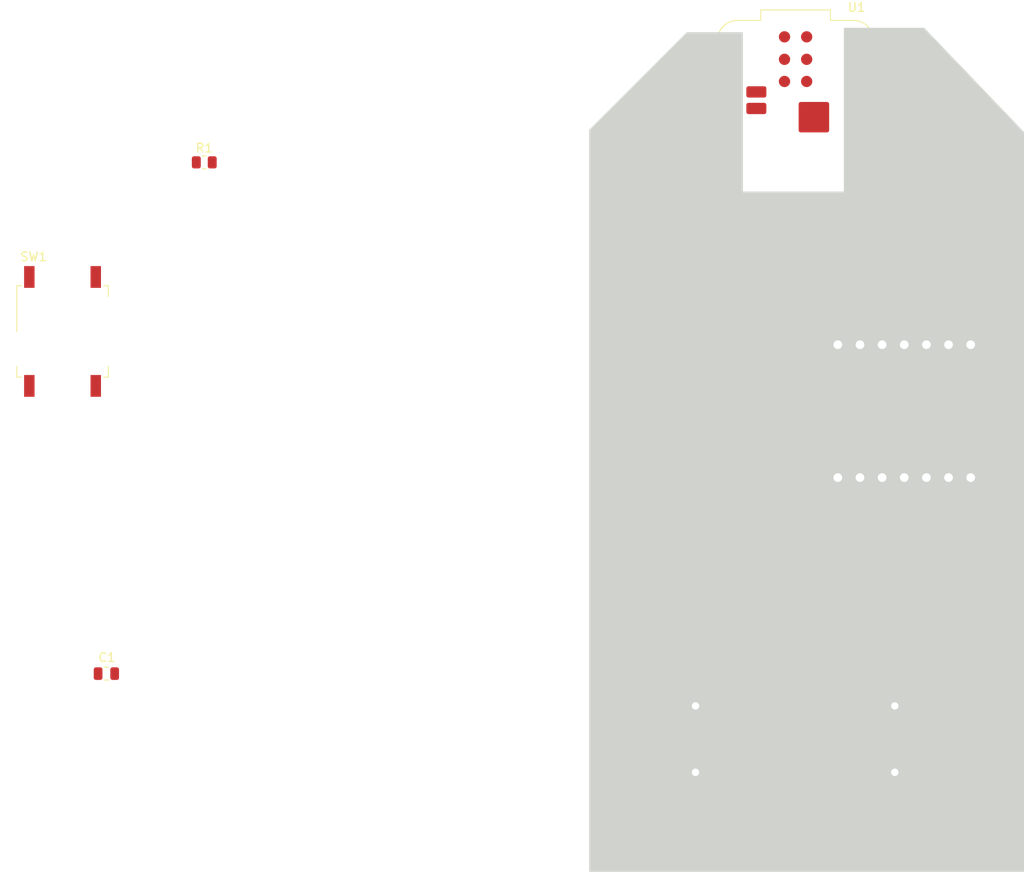
<source format=kicad_pcb>
(kicad_pcb (version 20240108) (generator "pcbnew") (generator_version "8.0")
  (title_block (title "pLUFs PCB") (date "2/5/25") (rev "1"))
  (layers (0 "F.Cu" signal) (31 "B.Cu" signal) (34 "B.Paste" user) (35 "F.Paste" user) (36 "B.SilkS" user "B.Silkscreen") (37 "F.SilkS" user "F.Silkscreen") (38 "B.Mask" user) (39 "F.Mask" user) (44 "Edge.Cuts" user))
  (net 0 "")
  (net 1 "Net-(D1-K)")
  (net 2 "Net-(D1-A)")
  (net 3 "Net-(J1-Pin_2)")
  (net 4 "Net-(J1-Pin_1)")
  (net 5 "Net-(J1-Pin_6)")
  (net 6 "Net-(J1-Pin_7)")
  (net 7 "Net-(J1-Pin_5)")
  (net 8 "Net-(J2-Pin_5)")
  (net 9 "Net-(J2-Pin_4)")
  (net 10 "Net-(J2-Pin_3)")
  (net 11 "Net-(J2-Pin_6)")
  (net 12 "Net-(J2-Pin_2)")
  (net 13 "Net-(J2-Pin_7)")
  (net 14 "Net-(J1-Pin_4)")
  (net 15 "Net-(U1-CHIP_EN)")
  (net 16 "Net-(J1-Pin_3)")
  (footprint "Connector_PinHeader_2.54mm:PinHeader_1x07_P2.54mm_Vertical" (layer "F.Cu") (at 117.37 100.086 90)
    (property "Reference" "J1" (at 0 -3.275 90) (layer "F.SilkS"))
    (property "Value" "Circular Display Pins (bottom)" (hide yes))
    (fp_line (start -1.33 -1.33) (end 0 -1.33) (stroke (width 0.12)) (layer "F.SilkS"))
    (fp_line (start -1.33 0) (end -1.33 -1.33) (stroke (width 0.12)) (layer "F.SilkS"))
    (fp_line (start 1.33 1.27) (end 1.33 16.57) (stroke (width 0.12)) (layer "F.SilkS"))
    (fp_line (start -1.33 1.27) (end 1.33 1.27) (stroke (width 0.12)) (layer "F.SilkS"))
    (fp_line (start -1.33 1.27) (end -1.33 16.57) (stroke (width 0.12)) (layer "F.SilkS"))
    (fp_line (start -1.33 16.57) (end 1.33 16.57) (stroke (width 0.12)) (layer "F.SilkS"))
    (pad "1" thru_hole rect (at 0 0 90) (size 1.7 1.7) (drill 1) (layers "*.Cu" "*.Mask") (net 4 "Net-(J1-Pin_1)"))
    (pad "2" thru_hole oval (at 0 2.54 90) (size 1.7 1.7) (drill 1) (layers "*.Cu" "*.Mask") (net 3 "Net-(J1-Pin_2)"))
    (pad "3" thru_hole oval (at 0 5.08 90) (size 1.7 1.7) (drill 1) (layers "*.Cu" "*.Mask") (net 16 "Net-(J1-Pin_3)"))
    (pad "4" thru_hole oval (at 0 7.62 90) (size 1.7 1.7) (drill 1) (layers "*.Cu" "*.Mask") (net 14 "Net-(J1-Pin_4)"))
    (pad "5" thru_hole oval (at 0 10.16 90) (size 1.7 1.7) (drill 1) (layers "*.Cu" "*.Mask") (net 7 "Net-(J1-Pin_5)"))
    (pad "6" thru_hole oval (at 0 12.7 90) (size 1.7 1.7) (drill 1) (layers "*.Cu" "*.Mask") (net 5 "Net-(J1-Pin_6)"))
    (pad "7" thru_hole oval (at 0 15.24 90) (size 1.7 1.7) (drill 1) (layers "*.Cu" "*.Mask") (net 6 "Net-(J1-Pin_7)"))
  )
  (footprint "Resistor_SMD:R_0805_2012Metric" (layer "F.Cu") (at 102.616 76.2 90)
    (property "Reference" "R3" (at 0 -1.65 90) (layer "F.SilkS"))
    (property "Value" "10kΩ")
    (fp_line (start -0.227064 -0.735) (end 0.227064 -0.735) (stroke (width 0.12)) (layer "F.SilkS"))
    (fp_line (start -0.227064 0.735) (end 0.227064 0.735) (stroke (width 0.12)) (layer "F.SilkS"))
    (pad "1" smd roundrect (at -0.9125 0 90) (size 1.025 1.4) (layers "F.Cu" "F.Paste" "F.Mask") (roundrect_rratio 0.243902) (net 3 "Net-(J1-Pin_2)"))
    (pad "2" smd roundrect (at 0.9125 0 90) (size 1.025 1.4) (layers "F.Cu" "F.Paste" "F.Mask") (roundrect_rratio 0.243902) (net 11 "Net-(J2-Pin_6)"))
  )
  (footprint "Button_Switch_SMD:SW_MEC_5GSH9" (layer "F.Cu") (at 28.448 83.312)
    (property "Reference" "SW1" (at -3.325 -8.575 0) (layer "F.SilkS"))
    (property "Value" "SW_Push_Open_Dual")
    (fp_line (start -5.25 -5.25) (end -5.25 0) (stroke (width 0.12)) (layer "F.SilkS"))
    (fp_line (start -5.25 5.25) (end -5.25 4) (stroke (width 0.12)) (layer "F.SilkS"))
    (fp_line (start -4.7 -5.25) (end -5.25 -5.25) (stroke (width 0.12)) (layer "F.SilkS"))
    (fp_line (start -4.7 5.25) (end -5.25 5.25) (stroke (width 0.12)) (layer "F.SilkS"))
    (fp_line (start 4.7 -5.25) (end 5.25 -5.25) (stroke (width 0.12)) (layer "F.SilkS"))
    (fp_line (start 4.7 5.25) (end 5.25 5.25) (stroke (width 0.12)) (layer "F.SilkS"))
    (fp_line (start 5.25 -5.25) (end 5.25 -4) (stroke (width 0.12)) (layer "F.SilkS"))
    (fp_line (start 5.25 5.25) (end 5.25 4) (stroke (width 0.12)) (layer "F.SilkS"))
    (pad "1" smd rect (at -3.81 -6.25 90) (size 2.5 1.2) (layers "F.Cu" "F.Paste" "F.Mask") (net 15 "Net-(U1-CHIP_EN)"))
    (pad "2" smd rect (at -3.81 6.25 90) (size 2.5 1.2) (layers "F.Cu" "F.Paste" "F.Mask") (net 11 "Net-(J2-Pin_6)"))
    (pad "3" smd rect (at 3.81 -6.25 90) (size 2.5 1.2) (layers "F.Cu" "F.Paste" "F.Mask") (net 15 "Net-(U1-CHIP_EN)"))
    (pad "4" smd rect (at 3.81 6.25 90) (size 2.5 1.2) (layers "F.Cu" "F.Paste" "F.Mask") (net 11 "Net-(J2-Pin_6)"))
  )
  (footprint "Capacitor_SMD:C_0805_2012Metric" (layer "F.Cu") (at 115.062 91.12 -90)
    (property "Reference" "C2" (at 0 -1.68 90) (layer "F.SilkS"))
    (property "Value" "0.1μF")
    (fp_line (start -0.261252 0.735) (end 0.261252 0.735) (stroke (width 0.12)) (layer "F.SilkS"))
    (fp_line (start -0.261252 -0.735) (end 0.261252 -0.735) (stroke (width 0.12)) (layer "F.SilkS"))
    (pad "1" smd roundrect (at -0.95 0 270) (size 1 1.45) (layers "F.Cu" "F.Paste" "F.Mask") (net 8 "Net-(J2-Pin_5)"))
    (pad "2" smd roundrect (at 0.95 0 270) (size 1 1.45) (layers "F.Cu" "F.Paste" "F.Mask") (net 11 "Net-(J2-Pin_6)"))
  )
  (footprint "Resistor_SMD:R_0805_2012Metric" (layer "F.Cu") (at 112.3715 105.41)
    (property "Reference" "R4" (at 0 -1.65 0) (layer "F.SilkS"))
    (property "Value" "10kΩ")
    (fp_line (start -0.227064 -0.735) (end 0.227064 -0.735) (stroke (width 0.12)) (layer "F.SilkS"))
    (fp_line (start -0.227064 0.735) (end 0.227064 0.735) (stroke (width 0.12)) (layer "F.SilkS"))
    (pad "1" smd roundrect (at -0.9125 0) (size 1.025 1.4) (layers "F.Cu" "F.Paste" "F.Mask") (roundrect_rratio 0.243902) (net 11 "Net-(J2-Pin_6)"))
    (pad "2" smd roundrect (at 0.9125 0) (size 1.025 1.4) (layers "F.Cu" "F.Paste" "F.Mask") (roundrect_rratio 0.243902) (net 4 "Net-(J1-Pin_1)"))
  )
  (footprint "Stepper Footprint:x27_stepper" (layer "F.Cu") (at 115.015 140.26)
    (property "Reference" "M1" (at -3.81 -29.21 0) (layer "F.SilkS") (effects (font (thickness 0.1))))
    (property "Value" "Stepper_Motor_bipolar" (hide yes))
    (fp_circle (center -16.04 -10.16) (end -15.09 -10.16) (stroke (width 0.05)) (fill none) (layer "Edge.Cuts"))
    (fp_circle (center -11.54 -1.16) (end -10.24 -1.16) (stroke (width 0.05)) (fill none) (layer "Edge.Cuts"))
    (fp_circle (center -2.54 -20.16) (end -0.59 -20.16) (stroke (width 0.05)) (fill none) (layer "Edge.Cuts"))
    (fp_circle (center 10.96 -10.16) (end 11.91 -10.16) (stroke (width 0.05)) (fill none) (layer "Edge.Cuts"))
    (pad "1" thru_hole circle (at 8.89 -13.97) (size 1.7 1.7) (drill 0.85) (layers "*.Cu" "*.Mask") (net 8 "Net-(J2-Pin_5)"))
    (pad "2" thru_hole circle (at 8.89 -6.35) (size 1.7 1.7) (drill 0.85) (layers "*.Cu" "*.Mask") (net 11 "Net-(J2-Pin_6)"))
    (pad "3" thru_hole circle (at -13.97 -6.35) (size 1.7 1.7) (drill 0.85) (layers "*.Cu" "*.Mask") (net 3 "Net-(J1-Pin_2)"))
    (pad "4" thru_hole circle (at -13.97 -13.97) (size 1.7 1.7) (drill 0.85) (layers "*.Cu" "*.Mask") (net 4 "Net-(J1-Pin_1)"))
  )
  (footprint "LED_SMD:LED_0603_1608Metric" (layer "F.Cu") (at 112.776 71.374)
    (property "Reference" "D1" (at 0 -1.43 0) (layer "F.SilkS"))
    (property "Value" "LED")
    (fp_line (start -1.485 -0.735) (end -1.485 0.735) (stroke (width 0.12)) (layer "F.SilkS"))
    (fp_line (start -1.485 0.735) (end 0.8 0.735) (stroke (width 0.12)) (layer "F.SilkS"))
    (fp_line (start 0.8 -0.735) (end -1.485 -0.735) (stroke (width 0.12)) (layer "F.SilkS"))
    (pad "1" smd roundrect (at -0.7875 0) (size 0.875 0.95) (layers "F.Cu" "F.Paste" "F.Mask") (net 1 "Net-(D1-K)"))
    (pad "2" smd roundrect (at 0.7875 0) (size 0.875 0.95) (layers "F.Cu" "F.Paste" "F.Mask") (net 2 "Net-(D1-A)"))
  )
  (footprint "Capacitor_SMD:C_0805_2012Metric" (layer "F.Cu") (at 120.142 91.12 -90)
    (property "Reference" "C3" (at 0 -1.68 90) (layer "F.SilkS"))
    (property "Value" "10μF")
    (fp_line (start -0.261252 0.735) (end 0.261252 0.735) (stroke (width 0.12)) (layer "F.SilkS"))
    (fp_line (start -0.261252 -0.735) (end 0.261252 -0.735) (stroke (width 0.12)) (layer "F.SilkS"))
    (pad "1" smd roundrect (at -0.95 0 270) (size 1 1.45) (layers "F.Cu" "F.Paste" "F.Mask") (net 8 "Net-(J2-Pin_5)"))
    (pad "2" smd roundrect (at 0.95 0 270) (size 1 1.45) (layers "F.Cu" "F.Paste" "F.Mask") (net 11 "Net-(J2-Pin_6)"))
  )
  (footprint "Resistor_SMD:R_0805_2012Metric" (layer "F.Cu") (at 44.704 63.908)
    (property "Reference" "R1" (at 0 -1.65 0) (layer "F.SilkS"))
    (property "Value" "10kΩ")
    (fp_line (start -0.227064 -0.735) (end 0.227064 -0.735) (stroke (width 0.12)) (layer "F.SilkS"))
    (fp_line (start -0.227064 0.735) (end 0.227064 0.735) (stroke (width 0.12)) (layer "F.SilkS"))
    (pad "1" smd roundrect (at -0.9125 0) (size 1.025 1.4) (layers "F.Cu" "F.Paste" "F.Mask") (roundrect_rratio 0.243902) (net 8 "Net-(J2-Pin_5)"))
    (pad "2" smd roundrect (at 0.9125 0) (size 1.025 1.4) (layers "F.Cu" "F.Paste" "F.Mask") (roundrect_rratio 0.243902) (net 15 "Net-(U1-CHIP_EN)"))
  )
  (footprint "RF_Module:MCU_Seeed_ESP32C3" (layer "F.Cu") (at 112.525 58.125)
    (property "Reference" "U1" (at 7 -12 0) (layer "F.SilkS"))
    (property "Value" "XIAO-ESP32-C3-SMD")
    (fp_line (start -6.7 10.5) (end 6.7 10.5) (stroke (width 0.12)) (layer "F.SilkS"))
    (fp_line (start -4 -11.7) (end 4 -11.7) (stroke (width 0.12)) (layer "F.SilkS"))
    (fp_line (start -4 -10.5) (end -6.6 -10.5) (stroke (width 0.12)) (layer "F.SilkS"))
    (fp_line (start -4 -10.5) (end -4 -11.7) (stroke (width 0.12)) (layer "F.SilkS"))
    (fp_line (start 4 -11.7) (end 4 -10.5) (stroke (width 0.12)) (layer "F.SilkS"))
    (fp_line (start 6.6 -10.5) (end 4 -10.5) (stroke (width 0.12)) (layer "F.SilkS"))
    (fp_arc (start -8.812892 -9.00468) (mid -7.949609 -10.111769) (end -6.600468 -10.499999) (stroke (width 0.12)) (layer "F.SilkS"))
    (fp_arc (start -6.7 10.5) (mid -7.977232 10.068125) (end -8.8 9) (stroke (width 0.12)) (layer "F.SilkS"))
    (fp_arc (start 6.6 -10.499999) (mid 7.944325 -10.107115) (end 8.804034 -9.001464) (stroke (width 0.12)) (layer "F.SilkS"))
    (fp_arc (start 8.8 9) (mid 7.977233 10.068126) (end 6.7 10.5) (stroke (width 0.12)) (layer "F.SilkS"))
    (pad "1" smd roundrect (at -8.5 -7.62) (size 3 2) (layers "F.Cu" "F.Paste" "F.Mask") (net 4 "Net-(J1-Pin_1)"))
    (pad "2" smd roundrect (at -8.5 -5.08) (size 3 2) (layers "F.Cu" "F.Paste" "F.Mask") (net 3 "Net-(J1-Pin_2)"))
    (pad "3" smd roundrect (at -8.5 -2.54) (size 3 2) (layers "F.Cu" "F.Paste" "F.Mask") (net 16 "Net-(J1-Pin_3)"))
    (pad "4" smd roundrect (at -8.5 0) (size 3 2) (layers "F.Cu" "F.Paste" "F.Mask") (net 14 "Net-(J1-Pin_4)"))
    (pad "5" smd roundrect (at -8.5 2.54) (size 3 2) (layers "F.Cu" "F.Paste" "F.Mask") (net 7 "Net-(J1-Pin_5)"))
    (pad "6" smd roundrect (at -8.5 5.08) (size 3 2) (layers "F.Cu" "F.Paste" "F.Mask") (net 5 "Net-(J1-Pin_6)"))
    (pad "7" smd roundrect (at -8.5 7.62) (size 3 2) (layers "F.Cu" "F.Paste" "F.Mask") (net 6 "Net-(J1-Pin_7)"))
    (pad "8" smd roundrect (at 8.5 7.62) (size 3 2) (layers "F.Cu" "F.Paste" "F.Mask") (net 2 "Net-(D1-A)"))
    (pad "9" smd roundrect (at 8.5 5.08) (size 3 2) (layers "F.Cu" "F.Paste" "F.Mask") (net 12 "Net-(J2-Pin_2)"))
    (pad "10" smd roundrect (at 8.5 2.54) (size 3 2) (layers "F.Cu" "F.Paste" "F.Mask") (net 10 "Net-(J2-Pin_3)"))
    (pad "11" smd roundrect (at 8.5 0) (size 3 2) (layers "F.Cu" "F.Paste" "F.Mask") (net 9 "Net-(J2-Pin_4)"))
    (pad "12" smd roundrect (at 8.5 -2.54) (size 3 2) (layers "F.Cu" "F.Paste" "F.Mask") (net 8 "Net-(J2-Pin_5)"))
    (pad "13" smd roundrect (at 8.5 -5.08) (size 3 2) (layers "F.Cu" "F.Paste" "F.Mask") (net 11 "Net-(J2-Pin_6)"))
    (pad "14" smd roundrect (at 8.5 -7.62) (size 3 2) (layers "F.Cu" "F.Paste" "F.Mask") (net 13 "Net-(J2-Pin_7)"))
    (pad "15" smd roundrect (at 2.1 0.6) (size 3.5 3.5) (property pad_prop_heatsink) (layers "F.Cu" "F.Mask") (roundrect_rratio 0.07142857143))
    (pad "16" smd roundrect (at -4.5 -0.4) (size 2.3 1.3) (layers "F.Cu" "F.Paste" "F.Mask") (roundrect_rratio 0.1923076923))
    (pad "17" smd roundrect (at -4.5 -2.3) (size 2.3 1.3) (layers "F.Cu" "F.Paste" "F.Mask") (roundrect_rratio 0.1923076923))
    (pad "18" smd circle (at -1.27 -8.62) (size 1.3 1.3) (layers "F.Cu" "F.Paste" "F.Mask"))
    (pad "19" smd circle (at -1.27 -6.04) (size 1.3 1.3) (layers "F.Cu" "F.Paste" "F.Mask") (net 15 "Net-(U1-CHIP_EN)"))
    (pad "20" smd circle (at -1.27 -3.5) (size 1.3 1.3) (layers "F.Cu" "F.Paste" "F.Mask"))
    (pad "21" smd circle (at 1.27 -3.5) (size 1.3 1.3) (layers "F.Cu" "F.Paste" "F.Mask"))
    (pad "22" smd circle (at 1.27 -6.04) (size 1.3 1.3) (layers "F.Cu" "F.Paste" "F.Mask"))
    (pad "23" smd circle (at 1.27 -8.62) (size 1.3 1.3) (layers "F.Cu" "F.Paste" "F.Mask"))
  )
  (footprint "Connector_PinHeader_2.54mm:PinHeader_1x07_P2.54mm_Vertical" (layer "F.Cu") (at 117.37 84.836 90)
    (property "Reference" "J2" (at 0 -2.33 90) (layer "F.SilkS"))
    (property "Value" "Circular Display Pins (top)" (hide yes))
    (fp_line (start -1.33 -1.33) (end 0 -1.33) (stroke (width 0.12)) (layer "F.SilkS"))
    (fp_line (start -1.33 0) (end -1.33 -1.33) (stroke (width 0.12)) (layer "F.SilkS"))
    (fp_line (start 1.33 1.27) (end 1.33 16.57) (stroke (width 0.12)) (layer "F.SilkS"))
    (fp_line (start -1.33 1.27) (end 1.33 1.27) (stroke (width 0.12)) (layer "F.SilkS"))
    (fp_line (start -1.33 1.27) (end -1.33 16.57) (stroke (width 0.12)) (layer "F.SilkS"))
    (fp_line (start -1.33 16.57) (end 1.33 16.57) (stroke (width 0.12)) (layer "F.SilkS"))
    (pad "1" thru_hole rect (at 0 0 90) (size 1.7 1.7) (drill 1) (layers "*.Cu" "*.Mask") (net 2 "Net-(D1-A)"))
    (pad "2" thru_hole oval (at 0 2.54 90) (size 1.7 1.7) (drill 1) (layers "*.Cu" "*.Mask") (net 12 "Net-(J2-Pin_2)"))
    (pad "3" thru_hole oval (at 0 5.08 90) (size 1.7 1.7) (drill 1) (layers "*.Cu" "*.Mask") (net 10 "Net-(J2-Pin_3)"))
    (pad "4" thru_hole oval (at 0 7.62 90) (size 1.7 1.7) (drill 1) (layers "*.Cu" "*.Mask") (net 9 "Net-(J2-Pin_4)"))
    (pad "5" thru_hole oval (at 0 10.16 90) (size 1.7 1.7) (drill 1) (layers "*.Cu" "*.Mask") (net 8 "Net-(J2-Pin_5)"))
    (pad "6" thru_hole oval (at 0 12.7 90) (size 1.7 1.7) (drill 1) (layers "*.Cu" "*.Mask") (net 11 "Net-(J2-Pin_6)"))
    (pad "7" thru_hole oval (at 0 15.24 90) (size 1.7 1.7) (drill 1) (layers "*.Cu" "*.Mask") (net 13 "Net-(J2-Pin_7)"))
  )
  (footprint "Capacitor_SMD:C_0805_2012Metric" (layer "F.Cu") (at 33.476 122.584)
    (property "Reference" "C1" (at 0.06 -1.855 0) (layer "F.SilkS"))
    (property "Value" "0.1μF")
    (fp_line (start -0.261252 -0.735) (end 0.261252 -0.735) (stroke (width 0.12)) (layer "F.SilkS"))
    (fp_line (start -0.261252 0.735) (end 0.261252 0.735) (stroke (width 0.12)) (layer "F.SilkS"))
    (pad "1" smd roundrect (at -0.95 0) (size 1 1.45) (layers "F.Cu" "F.Paste" "F.Mask") (net 11 "Net-(J2-Pin_6)"))
    (pad "2" smd roundrect (at 0.95 0) (size 1 1.45) (layers "F.Cu" "F.Paste" "F.Mask") (net 15 "Net-(U1-CHIP_EN)"))
  )
  (footprint "Resistor_SMD:R_0805_2012Metric" (layer "F.Cu") (at 108.204 71.374 180)
    (property "Reference" "R2" (at 0 -1.65 0) (layer "F.SilkS"))
    (property "Value" "R85")
    (fp_line (start -0.227064 0.735) (end 0.227064 0.735) (stroke (width 0.12)) (layer "F.SilkS"))
    (fp_line (start -0.227064 -0.735) (end 0.227064 -0.735) (stroke (width 0.12)) (layer "F.SilkS"))
    (pad "1" smd roundrect (at -0.9125 0 180) (size 1.025 1.4) (layers "F.Cu" "F.Paste" "F.Mask") (roundrect_rratio 0.243902) (net 1 "Net-(D1-K)"))
    (pad "2" smd roundrect (at 0.9125 0 180) (size 1.025 1.4) (layers "F.Cu" "F.Paste" "F.Mask") (roundrect_rratio 0.243902) (net 11 "Net-(J2-Pin_6)"))
  )
  (gr_poly (pts (xy 106.426 49.022) (xy 100.076 49.022) (xy 88.9 60.198) (xy 88.9 145.288) (xy 138.684 145.288) (xy 138.684 60.452) (xy 127.254 48.514) (xy 118.11 48.514) (xy 118.11 67.31) (xy 106.426 67.31)) (stroke (width 0.1)) (fill solid) (layer "Edge.Cuts"))
  (gr_text "Jaden Moon; V2.0" (at 103.378 80.772 0) (layer "F.SilkS") (effects (font (size 1 1) (thickness 0.1)) (justify left bottom)))
  (segment (start 111.9885 71.374) (end 109.1165 71.374) (width 0.2) (layer "F.Cu") (net 1))
  (segment (start 122.895 65.745) (end 123.952 66.802) (width 0.2) (layer "F.Cu") (net 2))
  (segment (start 117.37 76.178) (end 117.37 84.575) (width 0.2) (layer "F.Cu") (net 2))
  (segment (start 122.174 71.374) (end 122.809 70.739) (width 0.2) (layer "F.Cu") (net 2))
  (segment (start 121.025 65.745) (end 122.895 65.745) (width 0.2) (layer "F.Cu") (net 2))
  (segment (start 123.952 69.596) (end 122.809 70.739) (width 0.2) (layer "F.Cu") (net 2))
  (segment (start 122.809 70.739) (end 122.047 71.501) (width 0.2) (layer "F.Cu") (net 2))
  (segment (start 122.047 71.501) (end 117.37 76.178) (width 0.2) (layer "F.Cu") (net 2))
  (segment (start 113.5635 71.374) (end 122.174 71.374) (width 0.2) (layer "F.Cu") (net 2))
  (segment (start 123.952 66.802) (end 123.952 69.596) (width 0.2) (layer "F.Cu") (net 2))
  (segment (start 92.31 139.103685) (end 92.652315 139.446) (width 0.2) (layer "F.Cu") (net 3))
  (segment (start 96.012 130.079081) (end 99.842919 133.91) (width 0.2) (layer "F.Cu") (net 3))
  (segment (start 103.279 136.144) (end 125.222 136.144) (width 0.2) (layer "F.Cu") (net 3))
  (segment (start 99.842919 133.91) (end 101.045 133.91) (width 0.2) (layer "F.Cu") (net 3))
  (segment (start 123.507 96.228) (end 119.91 99.825) (width 0.2) (layer "F.Cu") (net 3))
  (segment (start 136.906 99.198628) (end 133.935372 96.228) (width 0.2) (layer "F.Cu") (net 3))
  (segment (start 102.616 77.1125) (end 102.616 122.428) (width 0.2) (layer "F.Cu") (net 3))
  (segment (start 101.045 133.91) (end 103.279 136.144) (width 0.2) (layer "F.Cu") (net 3))
  (segment (start 101.434314 142.64) (end 105.125372 142.64) (width 0.2) (layer "F.Cu") (net 3))
  (segment (start 92.652315 139.446) (end 98.240314 139.446) (width 0.2) (layer "F.Cu") (net 3))
  (segment (start 129.286 132.08) (end 129.286 109.462) (width 0.2) (layer "F.Cu") (net 3))
  (segment (start 125.222 136.144) (end 129.286 132.08) (width 0.2) (layer "F.Cu") (net 3))
  (segment (start 92.31 63.26) (end 92.31 139.103685) (width 0.2) (layer "F.Cu") (net 3))
  (segment (start 136.211529 139.239843) (end 136.906 138.545372) (width 0.2) (layer "F.Cu") (net 3))
  (segment (start 102.616 122.428) (end 96.012 129.032) (width 0.2) (layer "F.Cu") (net 3))
  (segment (start 133.935372 96.228) (end 123.507 96.228) (width 0.2) (layer "F.Cu") (net 3))
  (segment (start 105.125372 142.64) (end 108.525529 139.239843) (width 0.2) (layer "F.Cu") (net 3))
  (segment (start 98.240314 139.446) (end 101.434314 142.64) (width 0.2) (layer "F.Cu") (net 3))
  (segment (start 108.525529 139.239843) (end 136.211529 139.239843) (width 0.2) (layer "F.Cu") (net 3))
  (segment (start 102.525 53.045) (end 92.31 63.26) (width 0.2) (layer "F.Cu") (net 3))
  (segment (start 104.025 53.045) (end 102.525 53.045) (width 0.2) (layer "F.Cu") (net 3))
  (segment (start 96.012 129.032) (end 96.012 130.079081) (width 0.2) (layer "F.Cu") (net 3))
  (segment (start 129.286 109.462) (end 119.91 100.086) (width 0.2) (layer "F.Cu") (net 3))
  (segment (start 136.906 138.545372) (end 136.906 99.198628) (width 0.2) (layer "F.Cu") (net 3))
  (segment (start 137.306 99.032942) (end 134.101058 95.828) (width 0.2) (layer "F.Cu") (net 4))
  (segment (start 136.377215 139.639843) (end 137.306 138.711058) (width 0.2) (layer "F.Cu") (net 4))
  (segment (start 122.280654 95.828) (end 118.283654 99.825) (width 0.2) (layer "F.Cu") (net 4))
  (segment (start 117.37 114.576) (end 117.37 105.41) (width 0.2) (layer "F.Cu") (net 4))
  (segment (start 134.101058 95.828) (end 122.280654 95.828) (width 0.2) (layer "F.Cu") (net 4))
  (segment (start 118.283654 99.825) (end 117.37 99.825) (width 0.2) (layer "F.Cu") (net 4))
  (segment (start 128.524 131.572) (end 128.524 125.73) (width 0.2) (layer "F.Cu") (net 4))
  (segment (start 92.594629 139.954) (end 98.044 139.954) (width 0.2) (layer "F.Cu") (net 4))
  (segment (start 108.772157 139.639843) (end 136.377215 139.639843) (width 0.2) (layer "F.Cu") (net 4))
  (segment (start 98.044 139.954) (end 101.13 143.04) (width 0.2) (layer "F.Cu") (net 4))
  (segment (start 113.844 126.29) (end 122.936 135.382) (width 0.2) (layer "F.Cu") (net 4))
  (segment (start 122.936 135.382) (end 124.714 135.382) (width 0.2) (layer "F.Cu") (net 4))
  (segment (start 124.714 135.382) (end 128.524 131.572) (width 0.2) (layer "F.Cu") (net 4))
  (segment (start 91.91 61.12) (end 91.91 139.269371) (width 0.2) (layer "F.Cu") (net 4))
  (segment (start 113.284 105.41) (end 117.37 105.41) (width 0.2) (layer "F.Cu") (net 4))
  (segment (start 105.372 143.04) (end 108.772157 139.639843) (width 0.2) (layer "F.Cu") (net 4))
  (segment (start 117.37 105.41) (end 117.37 100.086) (width 0.2) (layer "F.Cu") (net 4))
  (segment (start 128.524 125.73) (end 117.37 114.576) (width 0.2) (layer "F.Cu") (net 4))
  (segment (start 137.306 138.711058) (end 137.306 99.032942) (width 0.2) (layer "F.Cu") (net 4))
  (segment (start 91.91 139.269371) (end 92.594629 139.954) (width 0.2) (layer "F.Cu") (net 4))
  (segment (start 104.025 50.505) (end 102.525 50.505) (width 0.2) (layer "F.Cu") (net 4))
  (segment (start 101.13 143.04) (end 105.372 143.04) (width 0.2) (layer "F.Cu") (net 4))
  (segment (start 102.525 50.505) (end 91.91 61.12) (width 0.2) (layer "F.Cu") (net 4))
  (segment (start 101.045 126.29) (end 113.844 126.29) (width 0.2) (layer "F.Cu") (net 4))
  (segment (start 130.81 99.085) (end 130.07 99.825) (width 0.2) (layer "F.Cu") (net 5))
  (segment (start 102.525 63.205) (end 94.234 71.496) (width 0.2) (layer "F.Cu") (net 5))
  (segment (start 94.234 137.414) (end 99.216056 137.414) (width 0.2) (layer "F.Cu") (net 5))
  (segment (start 133.35 98.044) (end 131.064 98.044) (width 0.2) (layer "F.Cu") (net 5))
  (segment (start 107.95 137.414) (end 135.128 137.414) (width 0.2) (layer "F.Cu") (net 5))
  (segment (start 102.676669 141.002527) (end 104.361473 141.002527) (width 0.2) (layer "F.Cu") (net 5))
  (segment (start 102.124571 140.450429) (end 102.676669 141.002527) (width 0.2) (layer "F.Cu") (net 5))
  (segment (start 99.216056 137.414) (end 101.791906 139.98985) (width 0.2) (layer "F.Cu") (net 5))
  (segment (start 94.234 71.496) (end 94.234 137.414) (width 0.2) (layer "F.Cu") (net 5))
  (segment (start 104.025 63.205) (end 102.525 63.205) (width 0.2) (layer "F.Cu") (net 5))
  (segment (start 101.910585 140.195409) (end 102.124571 140.450429) (width 0.2) (layer "F.Cu") (net 5))
  (segment (start 101.791906 139.98985) (end 101.910585 140.195409) (width 0.2) (layer "F.Cu") (net 5))
  (segment (start 135.128 137.414) (end 135.274 137.268) (width 0.2) (layer "F.Cu") (net 5))
  (segment (start 135.274 99.968) (end 133.35 98.044) (width 0.2) (layer "F.Cu") (net 5))
  (segment (start 135.274 137.268) (end 135.274 99.968) (width 0.2) (layer "F.Cu") (net 5))
  (segment (start 131.064 98.044) (end 130.81 98.298) (width 0.2) (layer "F.Cu") (net 5))
  (segment (start 130.81 98.298) (end 130.81 99.085) (width 0.2) (layer "F.Cu") (net 5))
  (segment (start 104.361473 141.002527) (end 107.95 137.414) (width 0.2) (layer "F.Cu") (net 5))
  (segment (start 134.874 102.089) (end 132.61 99.825) (width 0.2) (layer "F.Cu") (net 6))
  (segment (start 94.742 75.028) (end 94.742 136.906) (width 0.2) (layer "F.Cu") (net 6))
  (segment (start 94.742 136.906) (end 134.62 136.906) (width 0.2) (layer "F.Cu") (net 6))
  (segment (start 134.62 136.906) (end 134.874 136.652) (width 0.2) (layer "F.Cu") (net 6))
  (segment (start 134.874 136.652) (end 134.874 102.089) (width 0.2) (layer "F.Cu") (net 6))
  (segment (start 104.025 65.745) (end 94.742 75.028) (width 0.2) (layer "F.Cu") (net 6))
  (segment (start 93.726 69.464) (end 93.726 137.922) (width 0.2) (layer "F.Cu") (net 7))
  (segment (start 135.674 99.802314) (end 133.407686 97.536) (width 0.2) (layer "F.Cu") (net 7))
  (segment (start 135.674 137.884) (end 135.674 99.802314) (width 0.2) (layer "F.Cu") (net 7))
  (segment (start 98.806 137.922) (end 102.286527 141.402527) (width 0.2) (layer "F.Cu") (net 7))
  (segment (start 102.286527 141.402527) (end 104.527159 141.402527) (width 0.2) (layer "F.Cu") (net 7))
  (segment (start 102.525 60.665) (end 93.726 69.464) (width 0.2) (layer "F.Cu") (net 7))
  (segment (start 135.636 137.922) (end 135.674 137.884) (width 0.2) (layer "F.Cu") (net 7))
  (segment (start 129.819 97.536) (end 127.53 99.825) (width 0.2) (layer "F.Cu") (net 7))
  (segment (start 107.978843 137.950843) (end 135.156843 137.950843) (width 0.2) (layer "F.Cu") (net 7))
  (segment (start 135.185686 137.922) (end 135.636 137.922) (width 0.2) (layer "F.Cu") (net 7))
  (segment (start 104.025 60.665) (end 102.525 60.665) (width 0.2) (layer "F.Cu") (net 7))
  (segment (start 133.407686 97.536) (end 129.819 97.536) (width 0.2) (layer "F.Cu") (net 7))
  (segment (start 135.156843 137.950843) (end 135.185686 137.922) (width 0.2) (layer "F.Cu") (net 7))
  (segment (start 104.527159 141.402527) (end 107.978843 137.950843) (width 0.2) (layer "F.Cu") (net 7))
  (segment (start 93.726 137.922) (end 98.806 137.922) (width 0.2) (layer "F.Cu") (net 7))
  (segment (start 127.508 60.568) (end 122.525 55.585) (width 0.2) (layer "F.Cu") (net 8))
  (segment (start 115.062 90.17) (end 115.062 88.392) (width 0.2) (layer "F.Cu") (net 8))
  (segment (start 115.062 88.392) (end 120.142 88.392) (width 0.2) (layer "F.Cu") (net 8))
  (segment (start 123.905 126.29) (end 105.918 108.303) (width 0.2) (layer "F.Cu") (net 8))
  (segment (start 112.522 88.392) (end 115.062 88.392) (width 0.2) (layer "F.Cu") (net 8))
  (segment (start 120.142 88.392) (end 123.713 88.392) (width 0.2) (layer "F.Cu") (net 8))
  (segment (start 120.142 90.17) (end 120.142 88.392) (width 0.2) (layer "F.Cu") (net 8))
  (segment (start 105.918 108.303) (end 105.918 94.996) (width 0.2) (layer "F.Cu") (net 8))
  (segment (start 105.918 94.996) (end 112.522 88.392) (width 0.2) (layer "F.Cu") (net 8))
  (segment (start 123.713 88.392) (end 127.53 84.575) (width 0.2) (layer "F.Cu") (net 8))
  (segment (start 127.53 84.575) (end 127.53 67.84) (width 0.2) (layer "F.Cu") (net 8))
  (segment (start 127.53 67.84) (end 127.508 67.818) (width 0.2) (layer "F.Cu") (net 8))
  (segment (start 127.508 67.818) (end 127.508 60.568) (width 0.2) (layer "F.Cu") (net 8))
  (segment (start 122.525 55.585) (end 121.025 55.585) (width 0.2) (layer "F.Cu") (net 8))
  (segment (start 121.025 58.125) (end 122.525 58.125) (width 0.2) (layer "F.Cu") (net 9))
  (segment (start 122.525 58.125) (end 126.238 61.838) (width 0.2) (layer "F.Cu") (net 9))
  (segment (start 124.99 71.86) (end 124.99 84.575) (width 0.2) (layer "F.Cu") (net 9))
  (segment (start 126.238 70.612) (end 124.99 71.86) (width 0.2) (layer "F.Cu") (net 9))
  (segment (start 126.238 61.838) (end 126.238 70.612) (width 0.2) (layer "F.Cu") (net 9))
  (segment (start 122.428 73.406) (end 122.45 73.428) (width 0.2) (layer "F.Cu") (net 10))
  (segment (start 122.45 73.428) (end 122.45 84.575) (width 0.2) (layer "F.Cu") (net 10))
  (segment (start 122.525 60.665) (end 125.476 63.616) (width 0.2) (layer "F.Cu") (net 10))
  (segment (start 125.476 70.358) (end 122.428 73.406) (width 0.2) (layer "F.Cu") (net 10))
  (segment (start 125.476 63.616) (end 125.476 70.358) (width 0.2) (layer "F.Cu") (net 10))
  (segment (start 121.025 60.665) (end 122.525 60.665) (width 0.2) (layer "F.Cu") (net 10))
  (segment (start 107.188 107.188) (end 107.188 105.41) (width 0.2) (layer "F.Cu") (net 11))
  (segment (start 108.204 69.342) (end 117.602 69.342) (width 0.2) (layer "F.Cu") (net 11))
  (segment (start 111.459 105.41) (end 107.188 105.41) (width 0.2) (layer "F.Cu") (net 11))
  (segment (start 130.07 65.3) (end 130.07 84.575) (width 0.2) (layer "F.Cu") (net 11))
  (segment (start 107.2915 71.374) (end 107.2915 70.0005) (width 0.2) (layer "F.Cu") (net 11))
  (segment (start 107.95 69.342) (end 108.204 69.342) (width 0.2) (layer "F.Cu") (net 11))
  (segment (start 130.048 65.278) (end 130.07 65.3) (width 0.2) (layer "F.Cu") (net 11))
  (segment (start 118.872 68.072) (end 118.872 53.698) (width 0.2) (layer "F.Cu") (net 11))
  (segment (start 121.025 53.045) (end 122.525 53.045) (width 0.2) (layer "F.Cu") (net 11))
  (segment (start 117.602 69.342) (end 118.872 68.072) (width 0.2) (layer "F.Cu") (net 11))
  (segment (start 122.682 93.98) (end 120.142 93.98) (width 0.2) (layer "F.Cu") (net 11))
  (segment (start 107.188 97.282) (end 107.188 105.41) (width 0.2) (layer "F.Cu") (net 11))
  (segment (start 104.14 69.342) (end 108.204 69.342) (width 0.2) (layer "F.Cu") (net 11))
  (segment (start 130.048 60.568) (end 130.048 65.278) (width 0.2) (layer "F.Cu") (net 11))
  (segment (start 118.872 53.698) (end 119.525 53.045) (width 0.2) (layer "F.Cu") (net 11))
  (segment (start 115.062 92.07) (end 115.062 93.98) (width 0.2) (layer "F.Cu") (net 11))
  (segment (start 122.525 53.045) (end 130.048 60.568) (width 0.2) (layer "F.Cu") (net 11))
  (segment (start 107.2915 70.0005) (end 107.95 69.342) (width 0.2) (layer "F.Cu") (net 11))
  (segment (start 120.142 92.07) (end 120.142 93.98) (width 0.2) (layer "F.Cu") (net 11))
  (segment (start 120.142 93.98) (end 115.062 93.98) (width 0.2) (layer "F.Cu") (net 11))
  (segment (start 124.365606 133.91) (end 127.762 130.513606) (width 0.2) (layer "F.Cu") (net 11))
  (segment (start 119.525 53.045) (end 121.025 53.045) (width 0.2) (layer "F.Cu") (net 11))
  (segment (start 110.49 93.98) (end 107.188 97.282) (width 0.2) (layer "F.Cu") (net 11))
  (segment (start 130.07 84.575) (end 122.682 91.963) (width 0.2) (layer "F.Cu") (net 11))
  (segment (start 122.682 91.963) (end 122.682 93.98) (width 0.2) (layer "F.Cu") (net 11))
  (segment (start 115.062 93.98) (end 110.49 93.98) (width 0.2) (layer "F.Cu") (net 11))
  (segment (start 102.616 70.866) (end 104.14 69.342) (width 0.2) (layer "F.Cu") (net 11))
  (segment (start 123.905 133.91) (end 124.365606 133.91) (width 0.2) (layer "F.Cu") (net 11))
  (segment (start 127.762 127.762) (end 107.188 107.188) (width 0.2) (layer "F.Cu") (net 11))
  (segment (start 127.762 130.513606) (end 127.762 127.762) (width 0.2) (layer "F.Cu") (net 11))
  (segment (start 102.616 75.2875) (end 102.616 70.866) (width 0.2) (layer "F.Cu") (net 11))
  (segment (start 124.714 69.85) (end 119.888 74.676) (width 0.2) (layer "F.Cu") (net 12))
  (segment (start 121.247664 63.205) (end 124.714 66.671336) (width 0.2) (layer "F.Cu") (net 12))
  (segment (start 119.91 74.698) (end 119.91 84.575) (width 0.2) (layer "F.Cu") (net 12))
  (segment (start 124.714 66.671336) (end 124.714 69.85) (width 0.2) (layer "F.Cu") (net 12))
  (segment (start 119.888 74.676) (end 119.91 74.698) (width 0.2) (layer "F.Cu") (net 12))
  (segment (start 121.025 63.205) (end 121.247664 63.205) (width 0.2) (layer "F.Cu") (net 12))
  (segment (start 121.025 50.505) (end 122.525 50.505) (width 0.2) (layer "F.Cu") (net 13))
  (segment (start 132.588 62.23) (end 132.61 62.252) (width 0.2) (layer "F.Cu") (net 13))
  (segment (start 122.525 50.505) (end 132.588 60.568) (width 0.2) (layer "F.Cu") (net 13))
  (segment (start 132.61 62.252) (end 132.61 84.575) (width 0.2) (layer "F.Cu") (net 13))
  (segment (start 132.588 60.568) (end 132.588 62.23) (width 0.2) (layer "F.Cu") (net 13))
  (segment (start 93.218 67.432) (end 93.218 138.43) (width 0.2) (layer "F.Cu") (net 14))
  (segment (start 108.204 138.43) (end 135.89 138.43) (width 0.2) (layer "F.Cu") (net 14))
  (segment (start 98.552 138.43) (end 101.924527 141.802527) (width 0.2) (layer "F.Cu") (net 14))
  (segment (start 127.787 97.028) (end 124.99 99.825) (width 0.2) (layer "F.Cu") (net 14))
  (segment (start 136.074 99.498) (end 133.604 97.028) (width 0.2) (layer "F.Cu") (net 14))
  (segment (start 104.025 58.125) (end 102.525 58.125) (width 0.2) (layer "F.Cu") (net 14))
  (segment (start 101.924527 141.802527) (end 104.831473 141.802527) (width 0.2) (layer "F.Cu") (net 14))
  (segment (start 102.525 58.125) (end 93.218 67.432) (width 0.2) (layer "F.Cu") (net 14))
  (segment (start 104.831473 141.802527) (end 108.204 138.43) (width 0.2) (layer "F.Cu") (net 14))
  (segment (start 93.218 138.43) (end 98.552 138.43) (width 0.2) (layer "F.Cu") (net 14))
  (segment (start 136.074 138.246) (end 136.074 99.498) (width 0.2) (layer "F.Cu") (net 14))
  (segment (start 133.604 97.028) (end 127.787 97.028) (width 0.2) (layer "F.Cu") (net 14))
  (segment (start 135.89 138.43) (end 136.074 138.246) (width 0.2) (layer "F.Cu") (net 14))
  (segment (start 92.71 138.938) (end 98.298 138.938) (width 0.2) (layer "F.Cu") (net 16))
  (segment (start 136.474 138.411686) (end 136.474 99.332314) (width 0.2) (layer "F.Cu") (net 16))
  (segment (start 104.025 55.585) (end 102.525 55.585) (width 0.2) (layer "F.Cu") (net 16))
  (segment (start 108.359843 138.839843) (end 136.045843 138.839843) (width 0.2) (layer "F.Cu") (net 16))
  (segment (start 133.769686 96.628) (end 125.647 96.628) (width 0.2) (layer "F.Cu") (net 16))
  (segment (start 104.997159 142.202527) (end 108.359843 138.839843) (width 0.2) (layer "F.Cu") (net 16))
  (segment (start 102.525 55.585) (end 92.71 65.4) (width 0.2) (layer "F.Cu") (net 16))
  (segment (start 101.6 142.24) (end 104.902 142.24) (width 0.2) (layer "F.Cu") (net 16))
  (segment (start 136.045843 138.839843) (end 136.474 138.411686) (width 0.2) (layer "F.Cu") (net 16))
  (segment (start 136.474 99.332314) (end 133.769686 96.628) (width 0.2) (layer "F.Cu") (net 16))
  (segment (start 92.71 65.4) (end 92.71 138.938) (width 0.2) (layer "F.Cu") (net 16))
  (segment (start 104.902 142.24) (end 104.939473 142.202527) (width 0.2) (layer "F.Cu") (net 16))
  (segment (start 125.647 96.628) (end 122.45 99.825) (width 0.2) (layer "F.Cu") (net 16))
  (segment (start 98.298 138.938) (end 101.6 142.24) (width 0.2) (layer "F.Cu") (net 16))
  (segment (start 104.939473 142.202527) (end 104.997159 142.202527) (width 0.2) (layer "F.Cu") (net 16))
)
</source>
